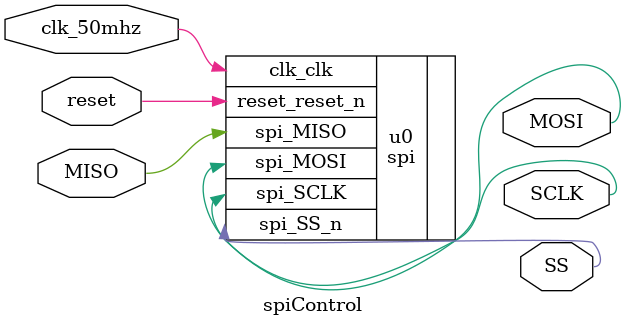
<source format=v>
module spiControl(	input 	clk_50mhz,
							input 	reset,
							input 	MISO,
							output 	MOSI,
							output 	SCLK,
							output 	SS
);

   spi u0 (
        .clk_clk       (clk_50mhz),       //   clk.clk
        .reset_reset_n (reset), // reset.reset_n
        .spi_MISO      (MISO),      //   spi.MISO
        .spi_MOSI      (MOSI),      //      .MOSI
        .spi_SCLK      (SCLK),      //      .SCLK
        .spi_SS_n      (SS)       //      .SS_n
    );


endmodule

</source>
